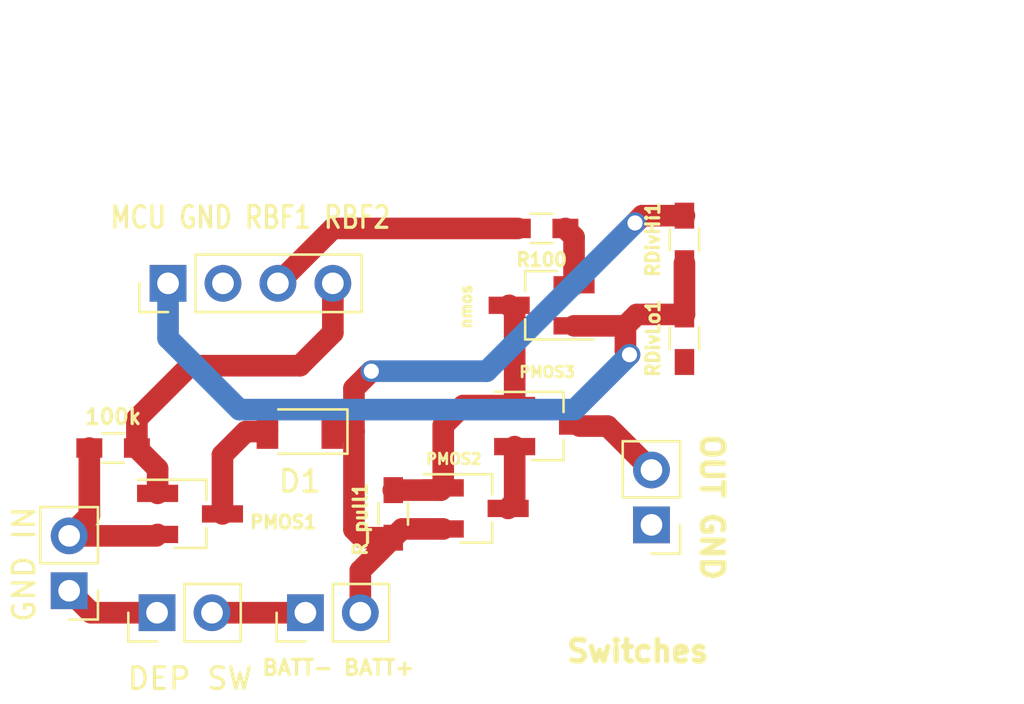
<source format=kicad_pcb>
(kicad_pcb (version 4) (host pcbnew 4.0.5)

  (general
    (links 24)
    (no_connects 3)
    (area 137.1502 87.47 188.19 119.439)
    (thickness 1.6)
    (drawings 4)
    (tracks 59)
    (zones 0)
    (modules 15)
    (nets 13)
  )

  (page A4)
  (layers
    (0 F.Cu signal)
    (31 B.Cu signal)
    (32 B.Adhes user)
    (33 F.Adhes user)
    (34 B.Paste user)
    (35 F.Paste user)
    (36 B.SilkS user)
    (37 F.SilkS user)
    (38 B.Mask user)
    (39 F.Mask user)
    (40 Dwgs.User user)
    (41 Cmts.User user)
    (42 Eco1.User user hide)
    (43 Eco2.User user hide)
    (44 Edge.Cuts user hide)
    (45 Margin user hide)
    (46 B.CrtYd user hide)
    (47 F.CrtYd user hide)
    (48 B.Fab user hide)
    (49 F.Fab user hide)
  )

  (setup
    (last_trace_width 0.25)
    (user_trace_width 0.4)
    (user_trace_width 1)
    (user_trace_width 2)
    (trace_clearance 0.2)
    (zone_clearance 0.45)
    (zone_45_only no)
    (trace_min 0.2)
    (segment_width 0.2)
    (edge_width 0.15)
    (via_size 0.9)
    (via_drill 0.7)
    (via_min_size 0.4)
    (via_min_drill 0.3)
    (uvia_size 0.3)
    (uvia_drill 0.1)
    (uvias_allowed no)
    (uvia_min_size 0.2)
    (uvia_min_drill 0.1)
    (pcb_text_width 0.3)
    (pcb_text_size 1.5 1.5)
    (mod_edge_width 0.15)
    (mod_text_size 1 1)
    (mod_text_width 0.15)
    (pad_size 1.524 1.524)
    (pad_drill 0.762)
    (pad_to_mask_clearance 0.2)
    (aux_axis_origin 0 0)
    (visible_elements 7FFFFFFF)
    (pcbplotparams
      (layerselection 0x00030_80000001)
      (usegerberextensions false)
      (excludeedgelayer true)
      (linewidth 0.100000)
      (plotframeref false)
      (viasonmask false)
      (mode 1)
      (useauxorigin false)
      (hpglpennumber 1)
      (hpglpenspeed 20)
      (hpglpendiameter 15)
      (hpglpenoverlay 2)
      (psnegative false)
      (psa4output false)
      (plotreference true)
      (plotvalue true)
      (plotinvisibletext false)
      (padsonsilk false)
      (subtractmaskfromsilk false)
      (outputformat 1)
      (mirror false)
      (drillshape 1)
      (scaleselection 1)
      (outputdirectory ""))
  )

  (net 0 "")
  (net 1 BATT+)
  (net 2 "Net-(D1-Pad2)")
  (net 3 MCU_CTRL2)
  (net 4 "Net-(Nmos_sw1-Pad2)")
  (net 5 "Net-(Nmos_sw1-Pad3)")
  (net 6 GND)
  (net 7 BATT-)
  (net 8 Vin)
  (net 9 RBF_2)
  (net 10 RBF_1)
  (net 11 LOAD)
  (net 12 "Net-(PMOS2-Pad3)")

  (net_class Default "This is the default net class."
    (clearance 0.2)
    (trace_width 0.25)
    (via_dia 0.9)
    (via_drill 0.7)
    (uvia_dia 0.3)
    (uvia_drill 0.1)
    (add_net BATT+)
    (add_net BATT-)
    (add_net GND)
    (add_net LOAD)
    (add_net MCU_CTRL2)
    (add_net "Net-(D1-Pad2)")
    (add_net "Net-(Nmos_sw1-Pad2)")
    (add_net "Net-(Nmos_sw1-Pad3)")
    (add_net "Net-(PMOS2-Pad3)")
    (add_net RBF_1)
    (add_net RBF_2)
    (add_net Vin)
  )

  (module TO_SOT_Packages_SMD:SOT-23_Handsoldering (layer F.Cu) (tedit 5942DDD8) (tstamp 59402EC1)
    (at 162.052 101.092 180)
    (descr "SOT-23, Handsoldering")
    (tags SOT-23)
    (path /58F795E1)
    (attr smd)
    (fp_text reference nmos (at 3.4925 -0.0635 270) (layer F.SilkS)
      (effects (font (size 0.51 0.51) (thickness 0.1275)))
    )
    (fp_text value "Logic Nch" (at 3.81 -1.016 270) (layer F.Fab) hide
      (effects (font (size 1 1) (thickness 0.15)))
    )
    (fp_text user %R (at 0 0 180) (layer F.Fab)
      (effects (font (size 0.5 0.5) (thickness 0.075)))
    )
    (fp_line (start 0.76 1.58) (end 0.76 0.65) (layer F.SilkS) (width 0.12))
    (fp_line (start 0.76 -1.58) (end 0.76 -0.65) (layer F.SilkS) (width 0.12))
    (fp_line (start -2.7 -1.75) (end 2.7 -1.75) (layer F.CrtYd) (width 0.05))
    (fp_line (start 2.7 -1.75) (end 2.7 1.75) (layer F.CrtYd) (width 0.05))
    (fp_line (start 2.7 1.75) (end -2.7 1.75) (layer F.CrtYd) (width 0.05))
    (fp_line (start -2.7 1.75) (end -2.7 -1.75) (layer F.CrtYd) (width 0.05))
    (fp_line (start 0.76 -1.58) (end -2.4 -1.58) (layer F.SilkS) (width 0.12))
    (fp_line (start -0.7 -0.95) (end -0.7 1.5) (layer F.Fab) (width 0.1))
    (fp_line (start -0.15 -1.52) (end 0.7 -1.52) (layer F.Fab) (width 0.1))
    (fp_line (start -0.7 -0.95) (end -0.15 -1.52) (layer F.Fab) (width 0.1))
    (fp_line (start 0.7 -1.52) (end 0.7 1.52) (layer F.Fab) (width 0.1))
    (fp_line (start -0.7 1.52) (end 0.7 1.52) (layer F.Fab) (width 0.1))
    (fp_line (start 0.76 1.58) (end -0.7 1.58) (layer F.SilkS) (width 0.12))
    (pad 1 smd rect (at -1.5 -0.95 180) (size 1.9 0.8) (layers F.Cu F.Paste F.Mask)
      (net 3 MCU_CTRL2))
    (pad 2 smd rect (at -1.5 0.95 180) (size 1.9 0.8) (layers F.Cu F.Paste F.Mask)
      (net 4 "Net-(Nmos_sw1-Pad2)"))
    (pad 3 smd rect (at 1.5 0 180) (size 1.9 0.8) (layers F.Cu F.Paste F.Mask)
      (net 5 "Net-(Nmos_sw1-Pad3)"))
    (model ${KISYS3DMOD}/TO_SOT_Packages_SMD.3dshapes\SOT-23_Handsoldering.wrl
      (at (xyz 0 0 0))
      (scale (xyz 1 1 1))
      (rotate (xyz 0 0 90))
    )
  )

  (module Socket_Strips:Socket_Strip_Straight_1x02_Pitch2.54mm (layer F.Cu) (tedit 5942DDC7) (tstamp 59402EC7)
    (at 144.272 115.316 90)
    (descr "Through hole straight socket strip, 1x02, 2.54mm pitch, single row")
    (tags "Through hole socket strip THT 1x02 2.54mm single row")
    (path /58F7A16A)
    (fp_text reference P1 (at 3.4036 6.5024 180) (layer Cmts.User) hide
      (effects (font (size 1 1) (thickness 0.15)))
    )
    (fp_text value "DEP SW" (at -3.048 1.524 180) (layer F.SilkS)
      (effects (font (size 1 1) (thickness 0.15)))
    )
    (fp_line (start -1.27 -1.27) (end -1.27 3.81) (layer F.Fab) (width 0.1))
    (fp_line (start -1.27 3.81) (end 1.27 3.81) (layer F.Fab) (width 0.1))
    (fp_line (start 1.27 3.81) (end 1.27 -1.27) (layer F.Fab) (width 0.1))
    (fp_line (start 1.27 -1.27) (end -1.27 -1.27) (layer F.Fab) (width 0.1))
    (fp_line (start -1.33 1.27) (end -1.33 3.87) (layer F.SilkS) (width 0.12))
    (fp_line (start -1.33 3.87) (end 1.33 3.87) (layer F.SilkS) (width 0.12))
    (fp_line (start 1.33 3.87) (end 1.33 1.27) (layer F.SilkS) (width 0.12))
    (fp_line (start 1.33 1.27) (end -1.33 1.27) (layer F.SilkS) (width 0.12))
    (fp_line (start -1.33 0) (end -1.33 -1.33) (layer F.SilkS) (width 0.12))
    (fp_line (start -1.33 -1.33) (end 0 -1.33) (layer F.SilkS) (width 0.12))
    (fp_line (start -1.8 -1.8) (end -1.8 4.35) (layer F.CrtYd) (width 0.05))
    (fp_line (start -1.8 4.35) (end 1.8 4.35) (layer F.CrtYd) (width 0.05))
    (fp_line (start 1.8 4.35) (end 1.8 -1.8) (layer F.CrtYd) (width 0.05))
    (fp_line (start 1.8 -1.8) (end -1.8 -1.8) (layer F.CrtYd) (width 0.05))
    (fp_text user %R (at 0 -2.33 90) (layer F.Fab)
      (effects (font (size 1 1) (thickness 0.15)))
    )
    (pad 1 thru_hole rect (at 0 0 90) (size 1.7 1.7) (drill 1) (layers *.Cu *.Mask)
      (net 6 GND))
    (pad 2 thru_hole oval (at 0 2.54 90) (size 1.7 1.7) (drill 1) (layers *.Cu *.Mask)
      (net 7 BATT-))
    (model ${KISYS3DMOD}/Socket_Strips.3dshapes/Socket_Strip_Straight_1x02_Pitch2.54mm.wrl
      (at (xyz 0 -0.05 0))
      (scale (xyz 1 1 1))
      (rotate (xyz 0 0 270))
    )
  )

  (module Socket_Strips:Socket_Strip_Straight_1x02_Pitch2.54mm (layer F.Cu) (tedit 5942DDCA) (tstamp 59402ECD)
    (at 151.13 115.316 90)
    (descr "Through hole straight socket strip, 1x02, 2.54mm pitch, single row")
    (tags "Through hole socket strip THT 1x02 2.54mm single row")
    (path /58F7C878)
    (fp_text reference P2 (at 0 -2.33 90) (layer F.SilkS) hide
      (effects (font (size 1 1) (thickness 0.15)))
    )
    (fp_text value "BATT- BATT+" (at -2.54 1.524 180) (layer F.SilkS)
      (effects (font (size 0.7 0.7) (thickness 0.15)))
    )
    (fp_line (start -1.27 -1.27) (end -1.27 3.81) (layer F.Fab) (width 0.1))
    (fp_line (start -1.27 3.81) (end 1.27 3.81) (layer F.Fab) (width 0.1))
    (fp_line (start 1.27 3.81) (end 1.27 -1.27) (layer F.Fab) (width 0.1))
    (fp_line (start 1.27 -1.27) (end -1.27 -1.27) (layer F.Fab) (width 0.1))
    (fp_line (start -1.33 1.27) (end -1.33 3.87) (layer F.SilkS) (width 0.12))
    (fp_line (start -1.33 3.87) (end 1.33 3.87) (layer F.SilkS) (width 0.12))
    (fp_line (start 1.33 3.87) (end 1.33 1.27) (layer F.SilkS) (width 0.12))
    (fp_line (start 1.33 1.27) (end -1.33 1.27) (layer F.SilkS) (width 0.12))
    (fp_line (start -1.33 0) (end -1.33 -1.33) (layer F.SilkS) (width 0.12))
    (fp_line (start -1.33 -1.33) (end 0 -1.33) (layer F.SilkS) (width 0.12))
    (fp_line (start -1.8 -1.8) (end -1.8 4.35) (layer F.CrtYd) (width 0.05))
    (fp_line (start -1.8 4.35) (end 1.8 4.35) (layer F.CrtYd) (width 0.05))
    (fp_line (start 1.8 4.35) (end 1.8 -1.8) (layer F.CrtYd) (width 0.05))
    (fp_line (start 1.8 -1.8) (end -1.8 -1.8) (layer F.CrtYd) (width 0.05))
    (fp_text user %R (at 0 -2.33 90) (layer F.Fab)
      (effects (font (size 1 1) (thickness 0.15)))
    )
    (pad 1 thru_hole rect (at 0 0 90) (size 1.7 1.7) (drill 1) (layers *.Cu *.Mask)
      (net 7 BATT-))
    (pad 2 thru_hole oval (at 0 2.54 90) (size 1.7 1.7) (drill 1) (layers *.Cu *.Mask)
      (net 1 BATT+))
    (model ${KISYS3DMOD}/Socket_Strips.3dshapes/Socket_Strip_Straight_1x02_Pitch2.54mm.wrl
      (at (xyz 0 -0.05 0))
      (scale (xyz 1 1 1))
      (rotate (xyz 0 0 270))
    )
  )

  (module Socket_Strips:Socket_Strip_Straight_1x02_Pitch2.54mm (layer F.Cu) (tedit 5942DDC3) (tstamp 59402ED3)
    (at 140.208 114.3 180)
    (descr "Through hole straight socket strip, 1x02, 2.54mm pitch, single row")
    (tags "Through hole socket strip THT 1x02 2.54mm single row")
    (path /58F7CD07)
    (fp_text reference P3 (at 0 -2.33 180) (layer F.SilkS) hide
      (effects (font (size 1 1) (thickness 0.15)))
    )
    (fp_text value "GND IN" (at 2.0828 1.2192 270) (layer F.SilkS)
      (effects (font (size 1 1) (thickness 0.15)))
    )
    (fp_line (start -1.27 -1.27) (end -1.27 3.81) (layer F.Fab) (width 0.1))
    (fp_line (start -1.27 3.81) (end 1.27 3.81) (layer F.Fab) (width 0.1))
    (fp_line (start 1.27 3.81) (end 1.27 -1.27) (layer F.Fab) (width 0.1))
    (fp_line (start 1.27 -1.27) (end -1.27 -1.27) (layer F.Fab) (width 0.1))
    (fp_line (start -1.33 1.27) (end -1.33 3.87) (layer F.SilkS) (width 0.12))
    (fp_line (start -1.33 3.87) (end 1.33 3.87) (layer F.SilkS) (width 0.12))
    (fp_line (start 1.33 3.87) (end 1.33 1.27) (layer F.SilkS) (width 0.12))
    (fp_line (start 1.33 1.27) (end -1.33 1.27) (layer F.SilkS) (width 0.12))
    (fp_line (start -1.33 0) (end -1.33 -1.33) (layer F.SilkS) (width 0.12))
    (fp_line (start -1.33 -1.33) (end 0 -1.33) (layer F.SilkS) (width 0.12))
    (fp_line (start -1.8 -1.8) (end -1.8 4.35) (layer F.CrtYd) (width 0.05))
    (fp_line (start -1.8 4.35) (end 1.8 4.35) (layer F.CrtYd) (width 0.05))
    (fp_line (start 1.8 4.35) (end 1.8 -1.8) (layer F.CrtYd) (width 0.05))
    (fp_line (start 1.8 -1.8) (end -1.8 -1.8) (layer F.CrtYd) (width 0.05))
    (fp_text user %R (at 0 -2.33 180) (layer F.Fab)
      (effects (font (size 1 1) (thickness 0.15)))
    )
    (pad 1 thru_hole rect (at 0 0 180) (size 1.7 1.7) (drill 1) (layers *.Cu *.Mask)
      (net 6 GND))
    (pad 2 thru_hole oval (at 0 2.54 180) (size 1.7 1.7) (drill 1) (layers *.Cu *.Mask)
      (net 8 Vin))
    (model ${KISYS3DMOD}/Socket_Strips.3dshapes/Socket_Strip_Straight_1x02_Pitch2.54mm.wrl
      (at (xyz 0 -0.05 0))
      (scale (xyz 1 1 1))
      (rotate (xyz 0 0 270))
    )
  )

  (module Socket_Strips:Socket_Strip_Straight_1x04_Pitch2.54mm (layer F.Cu) (tedit 5942DF66) (tstamp 59402EDB)
    (at 144.78 100.076 90)
    (descr "Through hole straight socket strip, 1x04, 2.54mm pitch, single row")
    (tags "Through hole socket strip THT 1x04 2.54mm single row")
    (path /58F82AAC)
    (fp_text reference P4 (at 0 -2.33 90) (layer F.SilkS) hide
      (effects (font (size 1 1) (thickness 0.15)))
    )
    (fp_text value "MCU GND RBF1 RBF2" (at 3.048 3.81 180) (layer F.SilkS)
      (effects (font (size 1 0.8) (thickness 0.15)))
    )
    (fp_line (start -1.27 -1.27) (end -1.27 8.89) (layer F.Fab) (width 0.1))
    (fp_line (start -1.27 8.89) (end 1.27 8.89) (layer F.Fab) (width 0.1))
    (fp_line (start 1.27 8.89) (end 1.27 -1.27) (layer F.Fab) (width 0.1))
    (fp_line (start 1.27 -1.27) (end -1.27 -1.27) (layer F.Fab) (width 0.1))
    (fp_line (start -1.33 1.27) (end -1.33 8.95) (layer F.SilkS) (width 0.12))
    (fp_line (start -1.33 8.95) (end 1.33 8.95) (layer F.SilkS) (width 0.12))
    (fp_line (start 1.33 8.95) (end 1.33 1.27) (layer F.SilkS) (width 0.12))
    (fp_line (start 1.33 1.27) (end -1.33 1.27) (layer F.SilkS) (width 0.12))
    (fp_line (start -1.33 0) (end -1.33 -1.33) (layer F.SilkS) (width 0.12))
    (fp_line (start -1.33 -1.33) (end 0 -1.33) (layer F.SilkS) (width 0.12))
    (fp_line (start -1.8 -1.8) (end -1.8 9.4) (layer F.CrtYd) (width 0.05))
    (fp_line (start -1.8 9.4) (end 1.8 9.4) (layer F.CrtYd) (width 0.05))
    (fp_line (start 1.8 9.4) (end 1.8 -1.8) (layer F.CrtYd) (width 0.05))
    (fp_line (start 1.8 -1.8) (end -1.8 -1.8) (layer F.CrtYd) (width 0.05))
    (fp_text user %R (at 0 -2.33 90) (layer F.Fab)
      (effects (font (size 1 1) (thickness 0.15)))
    )
    (pad 1 thru_hole rect (at 0 0 90) (size 1.7 1.7) (drill 1) (layers *.Cu *.Mask)
      (net 3 MCU_CTRL2))
    (pad 2 thru_hole oval (at 0 2.54 90) (size 1.7 1.7) (drill 1) (layers *.Cu *.Mask)
      (net 6 GND))
    (pad 3 thru_hole oval (at 0 5.08 90) (size 1.7 1.7) (drill 1) (layers *.Cu *.Mask)
      (net 9 RBF_2))
    (pad 4 thru_hole oval (at 0 7.62 90) (size 1.7 1.7) (drill 1) (layers *.Cu *.Mask)
      (net 10 RBF_1))
    (model ${KISYS3DMOD}/Socket_Strips.3dshapes/Socket_Strip_Straight_1x04_Pitch2.54mm.wrl
      (at (xyz 0 -0.15 0))
      (scale (xyz 1 1 1))
      (rotate (xyz 0 0 270))
    )
  )

  (module Socket_Strips:Socket_Strip_Straight_1x02_Pitch2.54mm (layer F.Cu) (tedit 5942DDF3) (tstamp 59402EE1)
    (at 167.132 111.252 180)
    (descr "Through hole straight socket strip, 1x02, 2.54mm pitch, single row")
    (tags "Through hole socket strip THT 1x02 2.54mm single row")
    (path /58F7D95D)
    (fp_text reference P5 (at 0 -2.33 180) (layer F.SilkS) hide
      (effects (font (size 1 1) (thickness 0.15)))
    )
    (fp_text value OUT (at 0 4.87 180) (layer F.Fab) hide
      (effects (font (size 1 1) (thickness 0.15)))
    )
    (fp_line (start -1.27 -1.27) (end -1.27 3.81) (layer F.Fab) (width 0.1))
    (fp_line (start -1.27 3.81) (end 1.27 3.81) (layer F.Fab) (width 0.1))
    (fp_line (start 1.27 3.81) (end 1.27 -1.27) (layer F.Fab) (width 0.1))
    (fp_line (start 1.27 -1.27) (end -1.27 -1.27) (layer F.Fab) (width 0.1))
    (fp_line (start -1.33 1.27) (end -1.33 3.87) (layer F.SilkS) (width 0.12))
    (fp_line (start -1.33 3.87) (end 1.33 3.87) (layer F.SilkS) (width 0.12))
    (fp_line (start 1.33 3.87) (end 1.33 1.27) (layer F.SilkS) (width 0.12))
    (fp_line (start 1.33 1.27) (end -1.33 1.27) (layer F.SilkS) (width 0.12))
    (fp_line (start -1.33 0) (end -1.33 -1.33) (layer F.SilkS) (width 0.12))
    (fp_line (start -1.33 -1.33) (end 0 -1.33) (layer F.SilkS) (width 0.12))
    (fp_line (start -1.8 -1.8) (end -1.8 4.35) (layer F.CrtYd) (width 0.05))
    (fp_line (start -1.8 4.35) (end 1.8 4.35) (layer F.CrtYd) (width 0.05))
    (fp_line (start 1.8 4.35) (end 1.8 -1.8) (layer F.CrtYd) (width 0.05))
    (fp_line (start 1.8 -1.8) (end -1.8 -1.8) (layer F.CrtYd) (width 0.05))
    (fp_text user %R (at 0 -2.33 180) (layer F.Fab)
      (effects (font (size 1 1) (thickness 0.15)))
    )
    (pad 1 thru_hole rect (at 0 0 180) (size 1.7 1.7) (drill 1) (layers *.Cu *.Mask)
      (net 6 GND))
    (pad 2 thru_hole oval (at 0 2.54 180) (size 1.7 1.7) (drill 1) (layers *.Cu *.Mask)
      (net 11 LOAD))
    (model ${KISYS3DMOD}/Socket_Strips.3dshapes/Socket_Strip_Straight_1x02_Pitch2.54mm.wrl
      (at (xyz 0 -0.05 0))
      (scale (xyz 1 1 1))
      (rotate (xyz 0 0 270))
    )
  )

  (module TO_SOT_Packages_SMD:SOT-23_Handsoldering (layer F.Cu) (tedit 5942DDCD) (tstamp 59402EE8)
    (at 145.796 110.744)
    (descr "SOT-23, Handsoldering")
    (tags SOT-23)
    (path /58F7851D)
    (attr smd)
    (fp_text reference PMOS1 (at 4.318 0.381) (layer F.SilkS)
      (effects (font (size 0.6 0.6) (thickness 0.15)))
    )
    (fp_text value "PCH GDS" (at 0 2.5) (layer F.Fab) hide
      (effects (font (size 1 1) (thickness 0.15)))
    )
    (fp_text user %R (at 0 0) (layer F.Fab)
      (effects (font (size 0.5 0.5) (thickness 0.075)))
    )
    (fp_line (start 0.76 1.58) (end 0.76 0.65) (layer F.SilkS) (width 0.12))
    (fp_line (start 0.76 -1.58) (end 0.76 -0.65) (layer F.SilkS) (width 0.12))
    (fp_line (start -2.7 -1.75) (end 2.7 -1.75) (layer F.CrtYd) (width 0.05))
    (fp_line (start 2.7 -1.75) (end 2.7 1.75) (layer F.CrtYd) (width 0.05))
    (fp_line (start 2.7 1.75) (end -2.7 1.75) (layer F.CrtYd) (width 0.05))
    (fp_line (start -2.7 1.75) (end -2.7 -1.75) (layer F.CrtYd) (width 0.05))
    (fp_line (start 0.76 -1.58) (end -2.4 -1.58) (layer F.SilkS) (width 0.12))
    (fp_line (start -0.7 -0.95) (end -0.7 1.5) (layer F.Fab) (width 0.1))
    (fp_line (start -0.15 -1.52) (end 0.7 -1.52) (layer F.Fab) (width 0.1))
    (fp_line (start -0.7 -0.95) (end -0.15 -1.52) (layer F.Fab) (width 0.1))
    (fp_line (start 0.7 -1.52) (end 0.7 1.52) (layer F.Fab) (width 0.1))
    (fp_line (start -0.7 1.52) (end 0.7 1.52) (layer F.Fab) (width 0.1))
    (fp_line (start 0.76 1.58) (end -0.7 1.58) (layer F.SilkS) (width 0.12))
    (pad 1 smd rect (at -1.5 -0.95) (size 1.9 0.8) (layers F.Cu F.Paste F.Mask)
      (net 10 RBF_1))
    (pad 2 smd rect (at -1.5 0.95) (size 1.9 0.8) (layers F.Cu F.Paste F.Mask)
      (net 8 Vin))
    (pad 3 smd rect (at 1.5 0) (size 1.9 0.8) (layers F.Cu F.Paste F.Mask)
      (net 2 "Net-(D1-Pad2)"))
    (model ${KISYS3DMOD}/TO_SOT_Packages_SMD.3dshapes\SOT-23_Handsoldering.wrl
      (at (xyz 0 0 0))
      (scale (xyz 1 1 1))
      (rotate (xyz 0 0 90))
    )
  )

  (module TO_SOT_Packages_SMD:SOT-23_Handsoldering (layer F.Cu) (tedit 5942DDD1) (tstamp 59402EEF)
    (at 159.004 110.49)
    (descr "SOT-23, Handsoldering")
    (tags SOT-23)
    (path /58F787E8)
    (attr smd)
    (fp_text reference PMOS2 (at -1.016 -2.286) (layer F.SilkS)
      (effects (font (size 0.5 0.5) (thickness 0.125)))
    )
    (fp_text value "Pch GDS" (at 0 2.5) (layer F.Fab) hide
      (effects (font (size 1 1) (thickness 0.15)))
    )
    (fp_text user %R (at 0 0) (layer F.Fab)
      (effects (font (size 0.5 0.5) (thickness 0.075)))
    )
    (fp_line (start 0.76 1.58) (end 0.76 0.65) (layer F.SilkS) (width 0.12))
    (fp_line (start 0.76 -1.58) (end 0.76 -0.65) (layer F.SilkS) (width 0.12))
    (fp_line (start -2.7 -1.75) (end 2.7 -1.75) (layer F.CrtYd) (width 0.05))
    (fp_line (start 2.7 -1.75) (end 2.7 1.75) (layer F.CrtYd) (width 0.05))
    (fp_line (start 2.7 1.75) (end -2.7 1.75) (layer F.CrtYd) (width 0.05))
    (fp_line (start -2.7 1.75) (end -2.7 -1.75) (layer F.CrtYd) (width 0.05))
    (fp_line (start 0.76 -1.58) (end -2.4 -1.58) (layer F.SilkS) (width 0.12))
    (fp_line (start -0.7 -0.95) (end -0.7 1.5) (layer F.Fab) (width 0.1))
    (fp_line (start -0.15 -1.52) (end 0.7 -1.52) (layer F.Fab) (width 0.1))
    (fp_line (start -0.7 -0.95) (end -0.15 -1.52) (layer F.Fab) (width 0.1))
    (fp_line (start 0.7 -1.52) (end 0.7 1.52) (layer F.Fab) (width 0.1))
    (fp_line (start -0.7 1.52) (end 0.7 1.52) (layer F.Fab) (width 0.1))
    (fp_line (start 0.76 1.58) (end -0.7 1.58) (layer F.SilkS) (width 0.12))
    (pad 1 smd rect (at -1.5 -0.95) (size 1.9 0.8) (layers F.Cu F.Paste F.Mask)
      (net 5 "Net-(Nmos_sw1-Pad3)"))
    (pad 2 smd rect (at -1.5 0.95) (size 1.9 0.8) (layers F.Cu F.Paste F.Mask)
      (net 1 BATT+))
    (pad 3 smd rect (at 1.5 0) (size 1.9 0.8) (layers F.Cu F.Paste F.Mask)
      (net 12 "Net-(PMOS2-Pad3)"))
    (model ${KISYS3DMOD}/TO_SOT_Packages_SMD.3dshapes\SOT-23_Handsoldering.wrl
      (at (xyz 0 0 0))
      (scale (xyz 1 1 1))
      (rotate (xyz 0 0 90))
    )
  )

  (module TO_SOT_Packages_SMD:SOT-23_Handsoldering (layer F.Cu) (tedit 5942DDD4) (tstamp 59402EF6)
    (at 162.306 106.68)
    (descr "SOT-23, Handsoldering")
    (tags SOT-23)
    (path /58F78819)
    (attr smd)
    (fp_text reference PMOS3 (at 0 -2.5) (layer F.SilkS)
      (effects (font (size 0.5 0.5) (thickness 0.125)))
    )
    (fp_text value "Pch GDS" (at 0 2.5) (layer F.Fab) hide
      (effects (font (size 1 1) (thickness 0.15)))
    )
    (fp_text user %R (at 0 0) (layer F.Fab)
      (effects (font (size 0.5 0.5) (thickness 0.075)))
    )
    (fp_line (start 0.76 1.58) (end 0.76 0.65) (layer F.SilkS) (width 0.12))
    (fp_line (start 0.76 -1.58) (end 0.76 -0.65) (layer F.SilkS) (width 0.12))
    (fp_line (start -2.7 -1.75) (end 2.7 -1.75) (layer F.CrtYd) (width 0.05))
    (fp_line (start 2.7 -1.75) (end 2.7 1.75) (layer F.CrtYd) (width 0.05))
    (fp_line (start 2.7 1.75) (end -2.7 1.75) (layer F.CrtYd) (width 0.05))
    (fp_line (start -2.7 1.75) (end -2.7 -1.75) (layer F.CrtYd) (width 0.05))
    (fp_line (start 0.76 -1.58) (end -2.4 -1.58) (layer F.SilkS) (width 0.12))
    (fp_line (start -0.7 -0.95) (end -0.7 1.5) (layer F.Fab) (width 0.1))
    (fp_line (start -0.15 -1.52) (end 0.7 -1.52) (layer F.Fab) (width 0.1))
    (fp_line (start -0.7 -0.95) (end -0.15 -1.52) (layer F.Fab) (width 0.1))
    (fp_line (start 0.7 -1.52) (end 0.7 1.52) (layer F.Fab) (width 0.1))
    (fp_line (start -0.7 1.52) (end 0.7 1.52) (layer F.Fab) (width 0.1))
    (fp_line (start 0.76 1.58) (end -0.7 1.58) (layer F.SilkS) (width 0.12))
    (pad 1 smd rect (at -1.5 -0.95) (size 1.9 0.8) (layers F.Cu F.Paste F.Mask)
      (net 5 "Net-(Nmos_sw1-Pad3)"))
    (pad 2 smd rect (at -1.5 0.95) (size 1.9 0.8) (layers F.Cu F.Paste F.Mask)
      (net 12 "Net-(PMOS2-Pad3)"))
    (pad 3 smd rect (at 1.5 0) (size 1.9 0.8) (layers F.Cu F.Paste F.Mask)
      (net 11 LOAD))
    (model ${KISYS3DMOD}/TO_SOT_Packages_SMD.3dshapes\SOT-23_Handsoldering.wrl
      (at (xyz 0 0 0))
      (scale (xyz 1 1 1))
      (rotate (xyz 0 0 90))
    )
  )

  (module Resistors_SMD:R_0603_HandSoldering (layer F.Cu) (tedit 5942DDE5) (tstamp 59402EFC)
    (at 142.24 107.696)
    (descr "Resistor SMD 0603, hand soldering")
    (tags "resistor 0603")
    (path /58F79202)
    (attr smd)
    (fp_text reference 100k (at 0 -1.45) (layer F.SilkS)
      (effects (font (size 0.71 0.7) (thickness 0.15)))
    )
    (fp_text value R (at 0 1.55) (layer F.Fab) hide
      (effects (font (size 1 1) (thickness 0.15)))
    )
    (fp_text user %R (at 0 -1.45) (layer F.Fab)
      (effects (font (size 1 1) (thickness 0.15)))
    )
    (fp_line (start -0.8 0.4) (end -0.8 -0.4) (layer F.Fab) (width 0.1))
    (fp_line (start 0.8 0.4) (end -0.8 0.4) (layer F.Fab) (width 0.1))
    (fp_line (start 0.8 -0.4) (end 0.8 0.4) (layer F.Fab) (width 0.1))
    (fp_line (start -0.8 -0.4) (end 0.8 -0.4) (layer F.Fab) (width 0.1))
    (fp_line (start 0.5 0.68) (end -0.5 0.68) (layer F.SilkS) (width 0.12))
    (fp_line (start -0.5 -0.68) (end 0.5 -0.68) (layer F.SilkS) (width 0.12))
    (fp_line (start -1.96 -0.7) (end 1.95 -0.7) (layer F.CrtYd) (width 0.05))
    (fp_line (start -1.96 -0.7) (end -1.96 0.7) (layer F.CrtYd) (width 0.05))
    (fp_line (start 1.95 0.7) (end 1.95 -0.7) (layer F.CrtYd) (width 0.05))
    (fp_line (start 1.95 0.7) (end -1.96 0.7) (layer F.CrtYd) (width 0.05))
    (pad 1 smd rect (at -1.1 0) (size 1.2 0.9) (layers F.Cu F.Paste F.Mask)
      (net 8 Vin))
    (pad 2 smd rect (at 1.1 0) (size 1.2 0.9) (layers F.Cu F.Paste F.Mask)
      (net 10 RBF_1))
    (model Resistors_SMD.3dshapes/R_0603.wrl
      (at (xyz 0 0 0))
      (scale (xyz 1 1 1))
      (rotate (xyz 0 0 0))
    )
  )

  (module Resistors_SMD:R_0603_HandSoldering (layer F.Cu) (tedit 5942DDDB) (tstamp 59402F02)
    (at 162.052 97.536 180)
    (descr "Resistor SMD 0603, hand soldering")
    (tags "resistor 0603")
    (path /59402A74)
    (attr smd)
    (fp_text reference R100 (at 0 -1.45 180) (layer F.SilkS)
      (effects (font (size 0.61 0.6) (thickness 0.15)))
    )
    (fp_text value R (at 0 1.55 180) (layer F.Fab) hide
      (effects (font (size 1 1) (thickness 0.15)))
    )
    (fp_text user %R (at 0 -1.45 180) (layer F.Fab)
      (effects (font (size 1 1) (thickness 0.15)))
    )
    (fp_line (start -0.8 0.4) (end -0.8 -0.4) (layer F.Fab) (width 0.1))
    (fp_line (start 0.8 0.4) (end -0.8 0.4) (layer F.Fab) (width 0.1))
    (fp_line (start 0.8 -0.4) (end 0.8 0.4) (layer F.Fab) (width 0.1))
    (fp_line (start -0.8 -0.4) (end 0.8 -0.4) (layer F.Fab) (width 0.1))
    (fp_line (start 0.5 0.68) (end -0.5 0.68) (layer F.SilkS) (width 0.12))
    (fp_line (start -0.5 -0.68) (end 0.5 -0.68) (layer F.SilkS) (width 0.12))
    (fp_line (start -1.96 -0.7) (end 1.95 -0.7) (layer F.CrtYd) (width 0.05))
    (fp_line (start -1.96 -0.7) (end -1.96 0.7) (layer F.CrtYd) (width 0.05))
    (fp_line (start 1.95 0.7) (end 1.95 -0.7) (layer F.CrtYd) (width 0.05))
    (fp_line (start 1.95 0.7) (end -1.96 0.7) (layer F.CrtYd) (width 0.05))
    (pad 1 smd rect (at -1.1 0 180) (size 1.2 0.9) (layers F.Cu F.Paste F.Mask)
      (net 4 "Net-(Nmos_sw1-Pad2)"))
    (pad 2 smd rect (at 1.1 0 180) (size 1.2 0.9) (layers F.Cu F.Paste F.Mask)
      (net 9 RBF_2))
    (model Resistors_SMD.3dshapes/R_0603.wrl
      (at (xyz 0 0 0))
      (scale (xyz 1 1 1))
      (rotate (xyz 0 0 0))
    )
  )

  (module Resistors_SMD:R_0603_HandSoldering (layer F.Cu) (tedit 5942DDDE) (tstamp 59402F08)
    (at 168.656 98.044 90)
    (descr "Resistor SMD 0603, hand soldering")
    (tags "resistor 0603")
    (path /58F79967)
    (attr smd)
    (fp_text reference RDivHi1 (at 0 -1.4605 90) (layer F.SilkS)
      (effects (font (size 0.61 0.6) (thickness 0.15)))
    )
    (fp_text value R (at 0 1.55 90) (layer F.Fab) hide
      (effects (font (size 1 1) (thickness 0.15)))
    )
    (fp_text user %R (at 0.254 1.524 90) (layer F.Fab)
      (effects (font (size 1 1) (thickness 0.15)))
    )
    (fp_line (start -0.8 0.4) (end -0.8 -0.4) (layer F.Fab) (width 0.1))
    (fp_line (start 0.8 0.4) (end -0.8 0.4) (layer F.Fab) (width 0.1))
    (fp_line (start 0.8 -0.4) (end 0.8 0.4) (layer F.Fab) (width 0.1))
    (fp_line (start -0.8 -0.4) (end 0.8 -0.4) (layer F.Fab) (width 0.1))
    (fp_line (start 0.5 0.68) (end -0.5 0.68) (layer F.SilkS) (width 0.12))
    (fp_line (start -0.5 -0.68) (end 0.5 -0.68) (layer F.SilkS) (width 0.12))
    (fp_line (start -1.96 -0.7) (end 1.95 -0.7) (layer F.CrtYd) (width 0.05))
    (fp_line (start -1.96 -0.7) (end -1.96 0.7) (layer F.CrtYd) (width 0.05))
    (fp_line (start 1.95 0.7) (end 1.95 -0.7) (layer F.CrtYd) (width 0.05))
    (fp_line (start 1.95 0.7) (end -1.96 0.7) (layer F.CrtYd) (width 0.05))
    (pad 1 smd rect (at -1.1 0 90) (size 1.2 0.9) (layers F.Cu F.Paste F.Mask)
      (net 3 MCU_CTRL2))
    (pad 2 smd rect (at 1.1 0 90) (size 1.2 0.9) (layers F.Cu F.Paste F.Mask)
      (net 1 BATT+))
    (model Resistors_SMD.3dshapes/R_0603.wrl
      (at (xyz 0 0 0))
      (scale (xyz 1 1 1))
      (rotate (xyz 0 0 0))
    )
  )

  (module Resistors_SMD:R_0603_HandSoldering (layer F.Cu) (tedit 5942DDE1) (tstamp 59402F0E)
    (at 168.656 102.616 90)
    (descr "Resistor SMD 0603, hand soldering")
    (tags "resistor 0603")
    (path /594034B5)
    (attr smd)
    (fp_text reference RDivLo1 (at 0 -1.45 90) (layer F.SilkS)
      (effects (font (size 0.61 0.6) (thickness 0.15)))
    )
    (fp_text value R (at 0 1.55 90) (layer F.Fab) hide
      (effects (font (size 1 1) (thickness 0.15)))
    )
    (fp_text user %R (at -2.794 1.524 90) (layer F.Fab)
      (effects (font (size 1 1) (thickness 0.15)))
    )
    (fp_line (start -0.8 0.4) (end -0.8 -0.4) (layer F.Fab) (width 0.1))
    (fp_line (start 0.8 0.4) (end -0.8 0.4) (layer F.Fab) (width 0.1))
    (fp_line (start 0.8 -0.4) (end 0.8 0.4) (layer F.Fab) (width 0.1))
    (fp_line (start -0.8 -0.4) (end 0.8 -0.4) (layer F.Fab) (width 0.1))
    (fp_line (start 0.5 0.68) (end -0.5 0.68) (layer F.SilkS) (width 0.12))
    (fp_line (start -0.5 -0.68) (end 0.5 -0.68) (layer F.SilkS) (width 0.12))
    (fp_line (start -1.96 -0.7) (end 1.95 -0.7) (layer F.CrtYd) (width 0.05))
    (fp_line (start -1.96 -0.7) (end -1.96 0.7) (layer F.CrtYd) (width 0.05))
    (fp_line (start 1.95 0.7) (end 1.95 -0.7) (layer F.CrtYd) (width 0.05))
    (fp_line (start 1.95 0.7) (end -1.96 0.7) (layer F.CrtYd) (width 0.05))
    (pad 1 smd rect (at -1.1 0 90) (size 1.2 0.9) (layers F.Cu F.Paste F.Mask)
      (net 6 GND))
    (pad 2 smd rect (at 1.1 0 90) (size 1.2 0.9) (layers F.Cu F.Paste F.Mask)
      (net 3 MCU_CTRL2))
    (model Resistors_SMD.3dshapes/R_0603.wrl
      (at (xyz 0 0 0))
      (scale (xyz 1 1 1))
      (rotate (xyz 0 0 0))
    )
  )

  (module Resistors_SMD:R_0603_HandSoldering (layer F.Cu) (tedit 5942DDED) (tstamp 59402F14)
    (at 155.194 110.744 270)
    (descr "Resistor SMD 0603, hand soldering")
    (tags "resistor 0603")
    (path /58F82599)
    (attr smd)
    (fp_text reference R_pull1 (at 0.254 1.524 270) (layer F.SilkS)
      (effects (font (size 0.61 0.6) (thickness 0.15)))
    )
    (fp_text value R (at 0 1.55 270) (layer F.Fab) hide
      (effects (font (size 1 1) (thickness 0.15)))
    )
    (fp_text user %R (at 3.048 2.032 360) (layer F.Fab)
      (effects (font (size 1 1) (thickness 0.15)))
    )
    (fp_line (start -0.8 0.4) (end -0.8 -0.4) (layer F.Fab) (width 0.1))
    (fp_line (start 0.8 0.4) (end -0.8 0.4) (layer F.Fab) (width 0.1))
    (fp_line (start 0.8 -0.4) (end 0.8 0.4) (layer F.Fab) (width 0.1))
    (fp_line (start -0.8 -0.4) (end 0.8 -0.4) (layer F.Fab) (width 0.1))
    (fp_line (start 0.5 0.68) (end -0.5 0.68) (layer F.SilkS) (width 0.12))
    (fp_line (start -0.5 -0.68) (end 0.5 -0.68) (layer F.SilkS) (width 0.12))
    (fp_line (start -1.96 -0.7) (end 1.95 -0.7) (layer F.CrtYd) (width 0.05))
    (fp_line (start -1.96 -0.7) (end -1.96 0.7) (layer F.CrtYd) (width 0.05))
    (fp_line (start 1.95 0.7) (end 1.95 -0.7) (layer F.CrtYd) (width 0.05))
    (fp_line (start 1.95 0.7) (end -1.96 0.7) (layer F.CrtYd) (width 0.05))
    (pad 1 smd rect (at -1.1 0 270) (size 1.2 0.9) (layers F.Cu F.Paste F.Mask)
      (net 5 "Net-(Nmos_sw1-Pad3)"))
    (pad 2 smd rect (at 1.1 0 270) (size 1.2 0.9) (layers F.Cu F.Paste F.Mask)
      (net 1 BATT+))
    (model Resistors_SMD.3dshapes/R_0603.wrl
      (at (xyz 0 0 0))
      (scale (xyz 1 1 1))
      (rotate (xyz 0 0 0))
    )
  )

  (module Diodes_SMD:D_1206 (layer F.Cu) (tedit 587F7EF9) (tstamp 59402EBA)
    (at 150.876 106.934 180)
    (descr "Diode SMD 1206, reflow soldering")
    (tags "Diode 1206")
    (path /58F787B9)
    (attr smd)
    (fp_text reference D1 (at 0 -2.3 180) (layer F.SilkS)
      (effects (font (size 1 1) (thickness 0.15)))
    )
    (fp_text value D (at 0 2.3 180) (layer F.Fab)
      (effects (font (size 1 1) (thickness 0.15)))
    )
    (fp_line (start -0.254 -0.254) (end -0.254 0.254) (layer F.Fab) (width 0.1))
    (fp_line (start 0.127 0) (end 0.381 0) (layer F.Fab) (width 0.1))
    (fp_line (start -0.254 0) (end -0.508 0) (layer F.Fab) (width 0.1))
    (fp_line (start 0.127 0.254) (end -0.254 0) (layer F.Fab) (width 0.1))
    (fp_line (start 0.127 -0.254) (end 0.127 0.254) (layer F.Fab) (width 0.1))
    (fp_line (start -0.254 0) (end 0.127 -0.254) (layer F.Fab) (width 0.1))
    (fp_line (start -2.2 -1.016) (end -2.2 1.016) (layer F.SilkS) (width 0.12))
    (fp_line (start -1.6 0.8) (end -1.6 -0.8) (layer F.Fab) (width 0.1))
    (fp_line (start 1.6 0.8) (end -1.6 0.8) (layer F.Fab) (width 0.1))
    (fp_line (start 1.6 -0.8) (end 1.6 0.8) (layer F.Fab) (width 0.1))
    (fp_line (start -1.6 -0.8) (end 1.6 -0.8) (layer F.Fab) (width 0.1))
    (fp_line (start -2.3 -1.15) (end 2.3 -1.15) (layer F.CrtYd) (width 0.05))
    (fp_line (start -2.3 1.15) (end 2.3 1.15) (layer F.CrtYd) (width 0.05))
    (fp_line (start -2.3 -1.15) (end -2.3 1.15) (layer F.CrtYd) (width 0.05))
    (fp_line (start 2.3 -1.15) (end 2.3 1.15) (layer F.CrtYd) (width 0.05))
    (fp_line (start 1 -1.025) (end -2.2 -1.025) (layer F.SilkS) (width 0.12))
    (fp_line (start -2.2 1.025) (end 1 1.025) (layer F.SilkS) (width 0.12))
    (pad 1 smd rect (at -1.5 0 180) (size 1 1.6) (layers F.Cu F.Paste F.Mask)
      (net 1 BATT+))
    (pad 2 smd rect (at 1.5 0 180) (size 1 1.6) (layers F.Cu F.Paste F.Mask)
      (net 2 "Net-(D1-Pad2)"))
  )

  (gr_text "OUT GND" (at 169.926 110.4392 270) (layer F.SilkS)
    (effects (font (size 1 1) (thickness 0.25)))
  )
  (gr_text Switches (at 166.497 117.094) (layer F.SilkS)
    (effects (font (size 1 1) (thickness 0.25)))
  )
  (dimension 24.13 (width 0.3) (layer Dwgs.User)
    (gr_text "24.130 mm" (at 181.69 107.315 270) (layer Dwgs.User)
      (effects (font (size 1.5 1.5) (thickness 0.3)))
    )
    (feature1 (pts (xy 176.53 119.38) (xy 183.04 119.38)))
    (feature2 (pts (xy 176.53 95.25) (xy 183.04 95.25)))
    (crossbar (pts (xy 180.34 95.25) (xy 180.34 119.38)))
    (arrow1a (pts (xy 180.34 119.38) (xy 179.753579 118.253496)))
    (arrow1b (pts (xy 180.34 119.38) (xy 180.926421 118.253496)))
    (arrow2a (pts (xy 180.34 95.25) (xy 179.753579 96.376504)))
    (arrow2b (pts (xy 180.34 95.25) (xy 180.926421 96.376504)))
  )
  (dimension 34.29 (width 0.3) (layer Dwgs.User)
    (gr_text "34.290 mm" (at 154.305 88.82) (layer Dwgs.User)
      (effects (font (size 1.5 1.5) (thickness 0.3)))
    )
    (feature1 (pts (xy 171.45 93.98) (xy 171.45 87.47)))
    (feature2 (pts (xy 137.16 93.98) (xy 137.16 87.47)))
    (crossbar (pts (xy 137.16 90.17) (xy 171.45 90.17)))
    (arrow1a (pts (xy 171.45 90.17) (xy 170.323496 90.756421)))
    (arrow1b (pts (xy 171.45 90.17) (xy 170.323496 89.583579)))
    (arrow2a (pts (xy 137.16 90.17) (xy 138.286504 90.756421)))
    (arrow2b (pts (xy 137.16 90.17) (xy 138.286504 89.583579)))
  )

  (segment (start 152.376 106.934) (end 153.376 106.934) (width 1) (layer F.Cu) (net 1))
  (segment (start 153.67 115.316) (end 153.67 113.368) (width 1) (layer F.Cu) (net 1))
  (segment (start 153.67 113.368) (end 155.194 111.844) (width 1) (layer F.Cu) (net 1) (tstamp 59403261))
  (segment (start 168.656 96.944) (end 166.708 96.944) (width 1) (layer F.Cu) (net 1))
  (segment (start 153.376 104.942) (end 153.376 106.934) (width 1) (layer F.Cu) (net 1) (tstamp 5940325A))
  (segment (start 154.178 104.14) (end 153.376 104.942) (width 1) (layer F.Cu) (net 1) (tstamp 59403259))
  (via (at 154.178 104.14) (size 0.9) (drill 0.7) (layers F.Cu B.Cu) (net 1))
  (segment (start 159.512 104.14) (end 154.178 104.14) (width 1) (layer B.Cu) (net 1) (tstamp 59403256))
  (segment (start 166.37 97.282) (end 159.512 104.14) (width 1) (layer B.Cu) (net 1) (tstamp 59403255))
  (via (at 166.37 97.282) (size 0.9) (drill 0.7) (layers F.Cu B.Cu) (net 1))
  (segment (start 166.708 96.944) (end 166.37 97.282) (width 1) (layer F.Cu) (net 1) (tstamp 59403253))
  (segment (start 157.504 111.44) (end 155.598 111.44) (width 1) (layer F.Cu) (net 1))
  (segment (start 155.598 111.44) (end 155.194 111.844) (width 1) (layer F.Cu) (net 1) (tstamp 5940323A))
  (segment (start 153.376 106.934) (end 153.376 111.466) (width 1) (layer F.Cu) (net 1))
  (segment (start 153.754 111.844) (end 155.194 111.844) (width 1) (layer F.Cu) (net 1) (tstamp 59403237))
  (segment (start 153.376 111.466) (end 153.754 111.844) (width 1) (layer F.Cu) (net 1) (tstamp 59403236))
  (segment (start 149.376 106.934) (end 148.376 106.934) (width 1) (layer F.Cu) (net 2))
  (segment (start 147.296 108.014) (end 148.376 106.934) (width 1) (layer F.Cu) (net 2) (tstamp 5940321C))
  (segment (start 147.296 108.014) (end 147.296 110.744) (width 1) (layer F.Cu) (net 2))
  (segment (start 144.78 100.076) (end 144.78 102.616) (width 1) (layer B.Cu) (net 3))
  (segment (start 165.928 103.19) (end 165.928 102.042) (width 1) (layer F.Cu) (net 3) (tstamp 5940327C))
  (segment (start 166.116 103.378) (end 165.928 103.19) (width 1) (layer F.Cu) (net 3) (tstamp 5940327B))
  (via (at 166.116 103.378) (size 0.9) (drill 0.7) (layers F.Cu B.Cu) (net 3))
  (segment (start 163.576 105.918) (end 166.116 103.378) (width 1) (layer B.Cu) (net 3) (tstamp 59403279))
  (segment (start 148.082 105.918) (end 163.576 105.918) (width 1) (layer B.Cu) (net 3) (tstamp 59403278))
  (segment (start 144.78 102.616) (end 148.082 105.918) (width 1) (layer B.Cu) (net 3) (tstamp 59403277))
  (segment (start 168.656 101.516) (end 168.656 99.144) (width 1) (layer F.Cu) (net 3))
  (segment (start 163.552 102.042) (end 165.928 102.042) (width 1) (layer F.Cu) (net 3))
  (segment (start 166.454 101.516) (end 168.656 101.516) (width 1) (layer F.Cu) (net 3) (tstamp 5940324E))
  (segment (start 165.928 102.042) (end 166.454 101.516) (width 1) (layer F.Cu) (net 3) (tstamp 5940324D))
  (segment (start 163.552 100.142) (end 163.552 97.936) (width 1) (layer F.Cu) (net 4))
  (segment (start 163.552 97.936) (end 163.152 97.536) (width 1) (layer F.Cu) (net 4) (tstamp 5940324A))
  (segment (start 160.806 105.73) (end 160.806 101.346) (width 1) (layer F.Cu) (net 5))
  (segment (start 160.806 101.346) (end 160.552 101.092) (width 1) (layer F.Cu) (net 5) (tstamp 59403247))
  (segment (start 157.504 109.54) (end 157.504 106.656) (width 1) (layer F.Cu) (net 5))
  (segment (start 158.43 105.73) (end 160.806 105.73) (width 1) (layer F.Cu) (net 5) (tstamp 59403241))
  (segment (start 157.504 106.656) (end 158.43 105.73) (width 1) (layer F.Cu) (net 5) (tstamp 59403240))
  (segment (start 155.194 109.644) (end 157.4 109.644) (width 1) (layer F.Cu) (net 5))
  (segment (start 157.4 109.644) (end 157.504 109.54) (width 1) (layer F.Cu) (net 5) (tstamp 5940323D))
  (segment (start 144.272 115.316) (end 141.224 115.316) (width 1) (layer F.Cu) (net 6))
  (segment (start 141.224 115.316) (end 140.208 114.3) (width 1) (layer F.Cu) (net 6) (tstamp 59403266))
  (segment (start 151.13 115.316) (end 146.812 115.316) (width 1) (layer F.Cu) (net 7))
  (segment (start 141.14 107.696) (end 141.14 110.828) (width 1) (layer F.Cu) (net 8))
  (segment (start 141.14 110.828) (end 140.208 111.76) (width 1) (layer F.Cu) (net 8) (tstamp 594031DA))
  (segment (start 140.208 111.76) (end 144.23 111.76) (width 1) (layer F.Cu) (net 8))
  (segment (start 144.23 111.76) (end 144.296 111.694) (width 1) (layer F.Cu) (net 8) (tstamp 594031D4))
  (segment (start 160.952 97.536) (end 152.4 97.536) (width 1) (layer F.Cu) (net 9))
  (segment (start 152.4 97.536) (end 149.86 100.076) (width 1) (layer F.Cu) (net 9) (tstamp 5940326E))
  (segment (start 152.4 100.076) (end 152.4 102.362) (width 1) (layer F.Cu) (net 10))
  (segment (start 143.34 106.342) (end 143.34 107.696) (width 1) (layer F.Cu) (net 10) (tstamp 59403274))
  (segment (start 145.796 103.886) (end 143.34 106.342) (width 1) (layer F.Cu) (net 10) (tstamp 59403273))
  (segment (start 150.876 103.886) (end 145.796 103.886) (width 1) (layer F.Cu) (net 10) (tstamp 59403272))
  (segment (start 152.4 102.362) (end 150.876 103.886) (width 1) (layer F.Cu) (net 10) (tstamp 59403271))
  (segment (start 144.296 109.794) (end 144.296 108.652) (width 1) (layer F.Cu) (net 10))
  (segment (start 144.296 108.652) (end 143.34 107.696) (width 1) (layer F.Cu) (net 10) (tstamp 594031D7))
  (segment (start 163.806 106.68) (end 165.1 106.68) (width 1) (layer F.Cu) (net 11))
  (segment (start 165.1 106.68) (end 167.132 108.712) (width 1) (layer F.Cu) (net 11) (tstamp 5940328C))
  (segment (start 160.806 107.63) (end 160.806 110.188) (width 1) (layer F.Cu) (net 12))
  (segment (start 160.806 110.188) (end 160.504 110.49) (width 1) (layer F.Cu) (net 12) (tstamp 59403244))

  (zone (net 6) (net_name GND) (layer F.Cu) (tstamp 59403290) (hatch edge 0.508)
    (connect_pads (clearance 0.45))
    (min_thickness 0.254)
    (fill (arc_segments 16) (thermal_gap 0.508) (thermal_bridge_width 0.508))
    (polygon
      (pts
        (xy 137.16 119.38) (xy 137.16 95.25) (xy 171.45 95.25) (xy 171.45 119.38)
      )
    )
  )
  (zone (net 6) (net_name GND) (layer B.Cu) (tstamp 5942F374) (hatch edge 0.508)
    (connect_pads (clearance 0.45))
    (min_thickness 0.254)
    (fill (arc_segments 16) (thermal_gap 0.508) (thermal_bridge_width 0.508))
    (polygon
      (pts
        (xy 137.16 95.504) (xy 171.196 95.504) (xy 171.196 119.38) (xy 137.16 119.38)
      )
    )
  )
)

</source>
